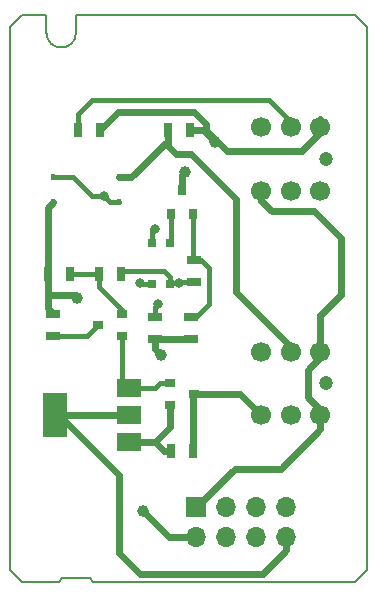
<source format=gbr>
%TF.GenerationSoftware,KiCad,Pcbnew,4.0.7*%
%TF.CreationDate,2018-07-11T12:57:16+02:00*%
%TF.ProjectId,Parkbrake_switch,5061726B6272616B655F737769746368,rev?*%
%TF.FileFunction,Copper,L1,Top,Signal*%
%FSLAX46Y46*%
G04 Gerber Fmt 4.6, Leading zero omitted, Abs format (unit mm)*
G04 Created by KiCad (PCBNEW 4.0.7) date Wednesday 11 July 2018 12:57:16*
%MOMM*%
%LPD*%
G01*
G04 APERTURE LIST*
%ADD10C,0.100000*%
%ADD11C,0.150000*%
%ADD12R,0.450000X0.590000*%
%ADD13R,0.797560X0.797560*%
%ADD14R,1.700000X1.700000*%
%ADD15O,1.700000X1.700000*%
%ADD16R,0.800000X0.900000*%
%ADD17R,0.900000X0.800000*%
%ADD18R,2.000000X3.800000*%
%ADD19R,2.000000X1.500000*%
%ADD20R,0.700000X1.300000*%
%ADD21R,1.300000X0.700000*%
%ADD22C,1.700000*%
%ADD23C,1.200000*%
%ADD24C,0.800000*%
%ADD25C,1.000000*%
%ADD26C,0.400000*%
%ADD27C,0.600000*%
G04 APERTURE END LIST*
D10*
D11*
X107000000Y-148000000D02*
X129200000Y-148000000D01*
X106800000Y-147700000D02*
X107000000Y-148000000D01*
X104400000Y-147700000D02*
X106800000Y-147700000D01*
X104200000Y-148000000D02*
X104400000Y-147700000D01*
X101000000Y-148000000D02*
X104200000Y-148000000D01*
X100000000Y-147000000D02*
X100000000Y-101000000D01*
X101000000Y-148000000D02*
X100000000Y-147000000D01*
X130200000Y-147000000D02*
X129200000Y-148000000D01*
X130200000Y-101000000D02*
X130200000Y-147000000D01*
X129200000Y-100000000D02*
X130200000Y-101000000D01*
X105600000Y-100000000D02*
X129200000Y-100000000D01*
X105600000Y-101500000D02*
X105600000Y-100000000D01*
X101000000Y-100000000D02*
X100000000Y-101000000D01*
X103100000Y-101500000D02*
G75*
G03X105600000Y-101500000I1250000J0D01*
G01*
X103100000Y-100000000D02*
X103100000Y-101500000D01*
X101000000Y-100000000D02*
X103100000Y-100000000D01*
D12*
X109220000Y-115863000D03*
X109220000Y-113753000D03*
D13*
X112050700Y-122800000D03*
X113549300Y-122800000D03*
D12*
X103632000Y-113753000D03*
X103632000Y-115863000D03*
D13*
X112050700Y-119300000D03*
X113549300Y-119300000D03*
D14*
X115800000Y-141700000D03*
D15*
X115800000Y-144240000D03*
X118340000Y-141700000D03*
X118340000Y-144240000D03*
X120880000Y-141700000D03*
X120880000Y-144240000D03*
X123420000Y-141700000D03*
X123420000Y-144240000D03*
D16*
X113604000Y-116824000D03*
X115504000Y-116824000D03*
X114554000Y-114824000D03*
D17*
X109458000Y-127188000D03*
X109458000Y-125288000D03*
X107458000Y-126238000D03*
X113554000Y-131130000D03*
X113554000Y-133030000D03*
X115554000Y-132080000D03*
D18*
X103784000Y-133858000D03*
D19*
X110084000Y-133858000D03*
X110084000Y-131558000D03*
X110084000Y-136158000D03*
D20*
X107630000Y-109728000D03*
X105730000Y-109728000D03*
X113350000Y-109728000D03*
X115250000Y-109728000D03*
D21*
X115570000Y-120716000D03*
X115570000Y-122616000D03*
X112268000Y-127442000D03*
X112268000Y-125542000D03*
X115316000Y-127442000D03*
X115316000Y-125542000D03*
D20*
X107508000Y-121920000D03*
X109408000Y-121920000D03*
X105090000Y-121920000D03*
X103190000Y-121920000D03*
D21*
X103632000Y-125288000D03*
X103632000Y-127188000D03*
D20*
X113604000Y-136906000D03*
X115504000Y-136906000D03*
D22*
X121300000Y-109500000D03*
X123800000Y-109500000D03*
X126300000Y-109500000D03*
X121300000Y-114900000D03*
X123800000Y-114900000D03*
X126300000Y-114900000D03*
D23*
X126800000Y-112200000D03*
D22*
X121300000Y-128500000D03*
X123800000Y-128500000D03*
X126300000Y-128500000D03*
X121300000Y-133900000D03*
X123800000Y-133900000D03*
X126300000Y-133900000D03*
D23*
X126800000Y-131200000D03*
D24*
X107950000Y-115316000D03*
X110998000Y-122682000D03*
X114300000Y-122682000D03*
D25*
X105664000Y-123952000D03*
X111252000Y-141986000D03*
D24*
X112268000Y-118110000D03*
X112522000Y-124460000D03*
D25*
X117348000Y-110744000D03*
X114808000Y-113284000D03*
X112776000Y-128778000D03*
D26*
X107950000Y-115316000D02*
X106934000Y-115316000D01*
X105371000Y-113753000D02*
X103632000Y-113753000D01*
X106934000Y-115316000D02*
X105371000Y-113753000D01*
X112050700Y-122800000D02*
X111116000Y-122800000D01*
X108497000Y-115863000D02*
X109220000Y-115863000D01*
X107950000Y-115316000D02*
X108497000Y-115863000D01*
X111116000Y-122800000D02*
X110998000Y-122682000D01*
D27*
X109220000Y-113753000D02*
X110275000Y-113753000D01*
X110275000Y-113753000D02*
X113350000Y-110678000D01*
X123800000Y-128500000D02*
X123800000Y-128118000D01*
X123800000Y-128118000D02*
X119126000Y-123444000D01*
X113350000Y-111064000D02*
X113350000Y-110678000D01*
X113350000Y-110678000D02*
X113350000Y-109728000D01*
X114046000Y-111760000D02*
X113350000Y-111064000D01*
X115316000Y-111760000D02*
X114046000Y-111760000D01*
X119126000Y-115570000D02*
X115316000Y-111760000D01*
X119126000Y-123444000D02*
X119126000Y-115570000D01*
D26*
X113549300Y-122800000D02*
X113549300Y-122185300D01*
X113030000Y-121666000D02*
X109662000Y-121666000D01*
X113549300Y-122185300D02*
X113030000Y-121666000D01*
X109662000Y-121666000D02*
X109408000Y-121920000D01*
X114300000Y-122682000D02*
X113667300Y-122682000D01*
X113667300Y-122682000D02*
X113549300Y-122800000D01*
X114300000Y-122682000D02*
X114366000Y-122616000D01*
X114366000Y-122616000D02*
X115570000Y-122616000D01*
D27*
X103190000Y-121920000D02*
X103190000Y-116305000D01*
X103190000Y-116305000D02*
X103632000Y-115863000D01*
X103190000Y-123698000D02*
X103190000Y-121920000D01*
X115800000Y-144240000D02*
X113506000Y-144240000D01*
X105410000Y-123698000D02*
X103190000Y-123698000D01*
X105664000Y-123952000D02*
X105410000Y-123698000D01*
X113506000Y-144240000D02*
X111252000Y-141986000D01*
X103190000Y-124846000D02*
X103632000Y-125288000D01*
X103190000Y-123698000D02*
X103190000Y-124846000D01*
D26*
X112268000Y-125542000D02*
X112268000Y-124714000D01*
X112050700Y-118327300D02*
X112050700Y-119300000D01*
X112268000Y-118110000D02*
X112050700Y-118327300D01*
X112268000Y-124714000D02*
X112522000Y-124460000D01*
X113604000Y-116824000D02*
X113604000Y-119245300D01*
X113604000Y-119245300D02*
X113549300Y-119300000D01*
D27*
X126300000Y-128500000D02*
X126300000Y-125414000D01*
X122174000Y-116586000D02*
X121300000Y-115712000D01*
X125730000Y-116586000D02*
X122174000Y-116586000D01*
X128016000Y-118872000D02*
X125730000Y-116586000D01*
X128016000Y-123698000D02*
X128016000Y-118872000D01*
X126300000Y-125414000D02*
X128016000Y-123698000D01*
X121300000Y-115712000D02*
X121300000Y-114900000D01*
X126300000Y-133900000D02*
X126300000Y-135066000D01*
X119070000Y-138430000D02*
X115800000Y-141700000D01*
X122936000Y-138430000D02*
X119070000Y-138430000D01*
X126300000Y-135066000D02*
X122936000Y-138430000D01*
X126300000Y-128500000D02*
X126300000Y-128970000D01*
X126300000Y-128970000D02*
X125222000Y-130048000D01*
X125222000Y-130048000D02*
X125222000Y-132334000D01*
X125222000Y-132334000D02*
X126300000Y-133412000D01*
X126300000Y-133412000D02*
X126300000Y-133900000D01*
D26*
X123800000Y-109500000D02*
X123800000Y-109068000D01*
X123800000Y-109068000D02*
X121920000Y-107188000D01*
X105730000Y-108392000D02*
X105730000Y-109728000D01*
X106934000Y-107188000D02*
X105730000Y-108392000D01*
X121920000Y-107188000D02*
X106934000Y-107188000D01*
D27*
X115554000Y-132080000D02*
X119480000Y-132080000D01*
X119480000Y-132080000D02*
X121300000Y-133900000D01*
X115504000Y-136906000D02*
X115504000Y-132130000D01*
X115504000Y-132130000D02*
X115554000Y-132080000D01*
X116586000Y-109728000D02*
X116586000Y-109220000D01*
X109154000Y-108204000D02*
X107630000Y-109728000D01*
X115570000Y-108204000D02*
X109154000Y-108204000D01*
X116586000Y-109220000D02*
X115570000Y-108204000D01*
X114554000Y-114824000D02*
X114554000Y-113538000D01*
X116586000Y-109982000D02*
X116586000Y-109728000D01*
X117348000Y-110744000D02*
X116586000Y-109982000D01*
X114554000Y-113538000D02*
X114808000Y-113284000D01*
X126300000Y-109500000D02*
X126300000Y-109920000D01*
X126300000Y-109920000D02*
X124714000Y-111506000D01*
X115250000Y-109728000D02*
X116586000Y-109728000D01*
X118364000Y-111506000D02*
X116586000Y-109728000D01*
X124714000Y-111506000D02*
X118364000Y-111506000D01*
X126300000Y-108774000D02*
X126300000Y-109500000D01*
X112268000Y-128270000D02*
X112268000Y-127442000D01*
X112776000Y-128778000D02*
X112268000Y-128270000D01*
X115316000Y-127442000D02*
X112268000Y-127442000D01*
X123420000Y-144240000D02*
X123420000Y-145312000D01*
X109220000Y-138938000D02*
X104140000Y-133858000D01*
X109220000Y-145542000D02*
X109220000Y-138938000D01*
X110998000Y-147320000D02*
X109220000Y-145542000D01*
X121412000Y-147320000D02*
X110998000Y-147320000D01*
X123420000Y-145312000D02*
X121412000Y-147320000D01*
X104140000Y-133858000D02*
X103784000Y-133858000D01*
X110084000Y-133858000D02*
X103784000Y-133858000D01*
D26*
X115570000Y-120716000D02*
X116144000Y-120716000D01*
X116144000Y-120716000D02*
X116840000Y-121412000D01*
X116840000Y-124460000D02*
X115758000Y-125542000D01*
X116840000Y-121412000D02*
X116840000Y-124460000D01*
X115758000Y-125542000D02*
X115316000Y-125542000D01*
X115504000Y-116824000D02*
X115504000Y-120650000D01*
X115504000Y-120650000D02*
X115570000Y-120716000D01*
X109458000Y-127188000D02*
X109458000Y-130932000D01*
X109458000Y-130932000D02*
X110084000Y-131558000D01*
X110084000Y-131558000D02*
X112282000Y-131558000D01*
X112282000Y-131558000D02*
X112710000Y-131130000D01*
X112710000Y-131130000D02*
X113554000Y-131130000D01*
X105090000Y-121920000D02*
X107508000Y-121920000D01*
X109458000Y-125288000D02*
X109458000Y-124952000D01*
X109458000Y-124952000D02*
X107508000Y-123002000D01*
X107508000Y-123002000D02*
X107508000Y-121920000D01*
X103632000Y-127188000D02*
X106508000Y-127188000D01*
X106508000Y-127188000D02*
X107458000Y-126238000D01*
D27*
X113554000Y-133030000D02*
X113554000Y-134858000D01*
X113554000Y-134858000D02*
X112254000Y-136158000D01*
X113604000Y-136906000D02*
X113030000Y-136906000D01*
X112282000Y-136158000D02*
X112254000Y-136158000D01*
X112254000Y-136158000D02*
X110084000Y-136158000D01*
X113030000Y-136906000D02*
X112282000Y-136158000D01*
M02*

</source>
